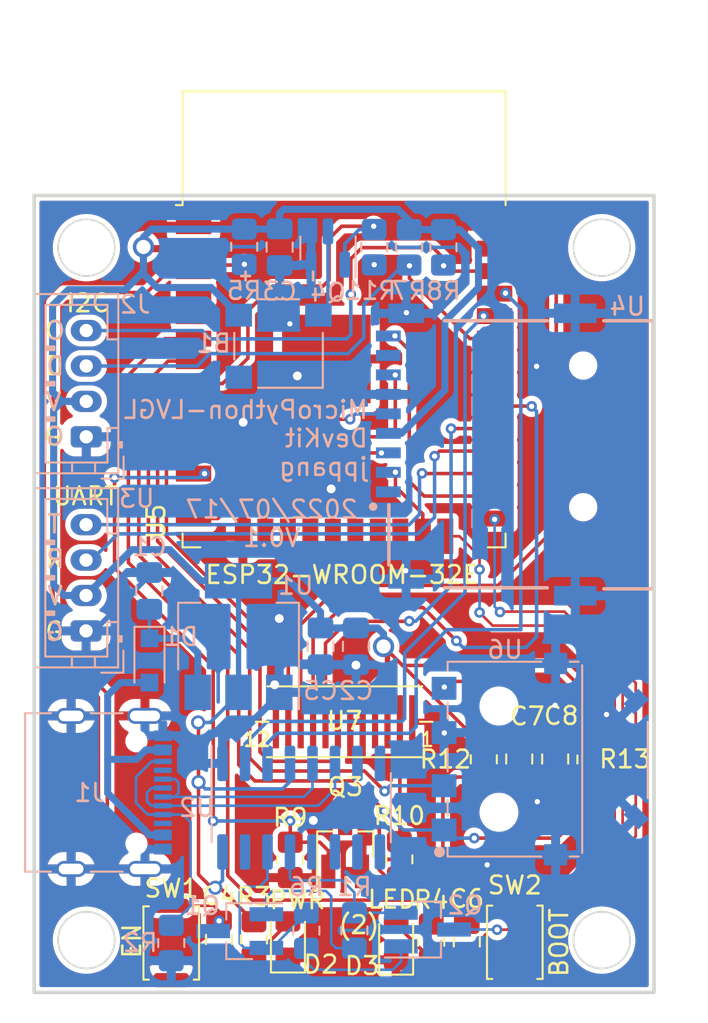
<source format=kicad_pcb>
(kicad_pcb (version 20211014) (generator pcbnew)
  (layers (0 "F.Cu" signal) (31 "B.Cu" signal) (34 "B.Paste" user) (35 "F.Paste" user) (36 "B.SilkS" user "B.Silkscreen") (37 "F.SilkS" user "F.Silkscreen") (38 "B.Mask" user) (39 "F.Mask" user) (44 "Edge.Cuts" user))
  (net 0 "")
  (net 1 "/USB_VCC")
  (net 2 "GND")
  (net 3 "/3V3")
  (net 4 "/EN")
  (net 5 "/BOOT")
  (net 6 "/EC_B")
  (net 7 "/EC_A")
  (net 8 "Net-(D1-Pad2)")
  (net 9 "Net-(D2-Pad2)")
  (net 10 "Net-(D3-Pad2)")
  (net 11 "/MCU_SDA")
  (net 12 "/MCU_SCL")
  (net 13 "Net-(Q1-Pad1)")
  (net 14 "/RTS")
  (net 15 "Net-(Q2-Pad1)")
  (net 16 "/DTR")
  (net 17 "/SCR_BLK")
  (net 18 "Net-(Q3-Pad3)")
  (net 19 "/CC")
  (net 20 "/LED")
  (net 21 "/SCR_LEDK")
  (net 22 "Net-(B1-PadN)")
  (net 23 "/MCU_RX")
  (net 24 "/MCU_TX")
  (net 25 "/DP+")
  (net 26 "/DP-")
  (net 34 "/GPS_RX")
  (net 35 "/GPS_TX")
  (net 37 "/SD_CS")
  (net 38 "/SD_MOSI")
  (net 39 "/SD_SCK")
  (net 40 "/SD_MISO")
  (net 42 "/SD_CD")
  (net 43 "/36")
  (net 44 "/39")
  (net 45 "/BUZZ")
  (net 46 "/EC_KEY")
  (net 47 "/SCR_DC")
  (net 48 "/SCR_RES")
  (net 55 "/SCR_CS")
  (net 56 "/SCR_SCK")
  (net 57 "/SCR_MISO")
  (net 59 "/SCR_MOSI")
  (footprint "Resistor_SMD:R_0805_2012Metric_Pad1.20x1.40mm_HandSolder" (layer "F.Cu") (at 119.22 107.24 -90)
    (fp_text reference "R13")
    (fp_text value "20K")
  )
  (footprint "Capacitor_SMD:C_0805_2012Metric_Pad1.18x1.45mm_HandSolder" (layer "F.Cu") (at 98.25 117.4 -90)
    (fp_text reference "C4")
    (fp_text value "104")
  )
  (footprint "Resistor_SMD:R_0805_2012Metric_Pad1.20x1.40mm_HandSolder" (layer "F.Cu") (at 113.2 107.23 -90)
    (fp_text reference "R12")
    (fp_text value "20K")
  )
  (footprint "Capacitor_SMD:C_0805_2012Metric_Pad1.18x1.45mm_HandSolder" (layer "F.Cu") (at 117.23 107.21 -90)
    (fp_text reference "C8")
    (fp_text value "104")
  )
  (footprint "Resistor_SMD:R_0805_2012Metric_Pad1.20x1.40mm_HandSolder" (layer "F.Cu") (at 110.23 117.53 -90)
    (fp_text reference "R4")
    (fp_text value "470")
  )
  (footprint "Resistor_SMD:R_0805_2012Metric_Pad1.20x1.40mm_HandSolder" (layer "F.Cu") (at 100.22 117.4 -90)
    (fp_text reference "R3")
    (fp_text value "470")
  )
  (footprint "Package_TO_SOT_SMD:SOT-23_Handsoldering" (layer "F.Cu") (at 105.37 112.06 90)
    (fp_text reference "Q3")
    (fp_text value "AO3400A")
  )
  (footprint "Resistor_SMD:R_0805_2012Metric_Pad1.20x1.40mm_HandSolder" (layer "F.Cu") (at 108.43 112.88 -90)
    (fp_text reference "R10")
    (fp_text value "27")
  )
  (footprint "Capacitor_SMD:C_0805_2012Metric_Pad1.18x1.45mm_HandSolder" (layer "F.Cu") (at 112.24 117.54 -90)
    (fp_text reference "C6")
    (fp_text value "104")
  )
  (footprint "Button_Switch_SMD:SW_Push_SPST_NO_Alps_SKRK" (layer "F.Cu") (at 114.95 117.56 90)
    (fp_text reference "SW2")
    (fp_text value "BOOT")
  )
  (footprint "Capacitor_SMD:C_0805_2012Metric_Pad1.18x1.45mm_HandSolder" (layer "F.Cu") (at 115.2 107.21 -90)
    (fp_text reference "C7")
    (fp_text value "104")
  )
  (footprint "LED_SMD:LED_0805_2012Metric_Pad1.15x1.40mm_HandSolder" (layer "F.Cu") (at 108.25 117.5275 90)
    (fp_text reference "D3")
    (fp_text value "GREEN")
  )
  (footprint "RF_Module:ESP32-WROOM-32" (layer "F.Cu") (at 105.31 85.38)
    (fp_text reference "U5")
    (fp_text value "ESP32-WROOM-32")
  )
  (footprint "Resistor_SMD:R_0805_2012Metric_Pad1.20x1.40mm_HandSolder" (layer "F.Cu") (at 102.27 112.91 -90)
    (fp_text reference "R9")
    (fp_text value "20K")
  )
  (footprint "Button_Switch_SMD:SW_Push_SPST_NO_Alps_SKRK" (layer "F.Cu") (at 95.55 117.6 90)
    (fp_text reference "SW1")
    (fp_text value "EN")
  )
  (footprint "Display:ZJYIPS154_PG04" (layer "F.Cu") (at 105.35 105.11)
    (fp_text reference "U7")
    (fp_text value "IPS154-12")
  )
  (footprint "LED_SMD:LED_0805_2012Metric_Pad1.15x1.40mm_HandSolder" (layer "F.Cu") (at 102.14 117.4075 90)
    (fp_text reference "D2")
    (fp_text value "RED")
  )
  (footprint "Package_TO_SOT_SMD:SOT-223" (layer "B.Cu") (at 99.35 100.3 90)
    (fp_text reference "U1")
    (fp_text value "AMS1117-3.3")
  )
  (footprint "Package_SO:SOP-16_3.9x9.9mm_P1.27mm" (layer "B.Cu") (at 102.89 109.96 -90)
    (fp_text reference "U2")
    (fp_text value "CH340C")
  )
  (footprint "Capacitor_SMD:C_0805_2012Metric_Pad1.18x1.45mm_HandSolder" (layer "B.Cu") (at 105.98 100.85 -90)
    (fp_text reference "C2")
    (fp_text value "22uF")
  )
  (footprint "Resistor_SMD:R_0805_2012Metric_Pad1.20x1.40mm_HandSolder" (layer "B.Cu") (at 110.92 78.32 -90)
    (fp_text reference "R8")
    (fp_text value "4.7K")
  )
  (footprint "Rotary_Encoder:RotaryEncoder_Mitsumi_SIQ02FVS3" (layer "B.Cu") (at 116.345 107.18 90)
    (fp_text reference "U6")
    (fp_text value "SIQ-02FVS3")
  )
  (footprint "Package_TO_SOT_SMD:SOT-23_Handsoldering" (layer "B.Cu") (at 99.42 116.93 180)
    (fp_text reference "Q1")
    (fp_text value "S8050")
  )
  (footprint "Resistor_SMD:R_0805_2012Metric_Pad1.20x1.40mm_HandSolder" (layer "B.Cu") (at 103.18 116.9 -90)
    (fp_text reference "R6")
    (fp_text value "4.7K")
  )
  (footprint "Connector_Card:microSD_Taobao_9_Pin_CD" (layer "B.Cu") (at 115.43 89.775 -90)
    (fp_text reference "U4")
    (fp_text value "Micro_SD_Card_Det_9Pin")
  )
  (footprint "Connector_USB:USB_C_Tabobao_16_Pin" (layer "B.Cu") (at 90.435 109.12 90)
    (fp_text reference "J1")
    (fp_text value "USB_C_Receptacle_USB2.0")
  )
  (footprint "Connector_JST:JST_PH_B4B-PH-K_1x04_P2.00mm_Vertical" (layer "B.Cu") (at 90.75 89.02 90)
    (fp_text reference "J2")
    (fp_text value "I2C")
  )
  (footprint "Package_TO_SOT_SMD:SOT-23" (layer "B.Cu") (at 104.4 78.36 90)
    (fp_text reference "Q4")
    (fp_text value "AO3400A")
  )
  (footprint "Resistor_SMD:R_0805_2012Metric_Pad1.20x1.40mm_HandSolder" (layer "B.Cu") (at 107.01 78.31 90)
    (fp_text reference "R11")
    (fp_text value "20K")
  )
  (footprint "Package_TO_SOT_SMD:SOT-23_Handsoldering" (layer "B.Cu") (at 110.02 116.84)
    (fp_text reference "Q2")
    (fp_text value "S8050")
  )
  (footprint "Capacitor_SMD:C_0805_2012Metric_Pad1.18x1.45mm_HandSolder" (layer "B.Cu") (at 103.98 100.85 -90)
    (fp_text reference "C5")
    (fp_text value "104")
  )
  (footprint "Resistor_SMD:R_0805_2012Metric_Pad1.20x1.40mm_HandSolder" (layer "B.Cu") (at 95.55 117.6 -90)
    (fp_text reference "R2")
    (fp_text value "4.7K")
  )
  (footprint "Resistor_SMD:R_0805_2012Metric_Pad1.20x1.40mm_HandSolder" (layer "B.Cu") (at 108.98 78.32 -90)
    (fp_text reference "R7")
    (fp_text value "4.7K")
  )
  (footprint "Capacitor_SMD:C_0805_2012Metric_Pad1.18x1.45mm_HandSolder" (layer "B.Cu") (at 101.67 78.31 -90)
    (fp_text reference "C3")
    (fp_text value "0.1uF")
  )
  (footprint "Buzzer_CMT-0502-75-SMT-TR:Buzzer_CMT-0502-75-SMT-TR" (layer "B.Cu") (at 101.61 83.75 -90)
    (fp_text reference "B1")
    (fp_text value "Buzzer")
  )
  (footprint "Connector_JST:JST_PH_B4B-PH-K_1x04_P2.00mm_Vertical" (layer "B.Cu") (at 90.74 99.98 90)
    (fp_text reference "U3")
    (fp_text value "GPS_UART_Module")
  )
  (footprint "Resistor_SMD:R_0805_2012Metric_Pad1.20x1.40mm_HandSolder" (layer "B.Cu") (at 105.89 116.89 -90)
    (fp_text reference "R1")
    (fp_text value "4.7K")
  )
  (footprint "Diode_SMD:D_SOD-323_HandSoldering" (layer "B.Cu") (at 94.32 101.65 -90)
    (fp_text reference "D1")
    (fp_text value "1N4007")
  )
  (footprint "Capacitor_SMD:C_0805_2012Metric_Pad1.18x1.45mm_HandSolder" (layer "B.Cu") (at 94.31 97.72 90)
    (fp_text reference "C1")
    (fp_text value "22uF")
  )
  (footprint "Resistor_SMD:R_0805_2012Metric_Pad1.20x1.40mm_HandSolder" (layer "B.Cu") (at 99.67 78.29 -90)
    (fp_text reference "R5")
    (fp_text value "20K")
  )
  (gr_circle locked (center 90.76 78.34) (end 92.36 78.34) (layer "Edge.Cuts") (width 0.1) (fill none))
  (gr_circle locked (center 90.76 117.44) (end 92.36 117.44) (layer "Edge.Cuts") (width 0.1) (fill none))
  (gr_rect locked (start 87.81 75.39) (end 122.81 120.39) (layer "Edge.Cuts") (width 0.2) (fill none))
  (gr_circle locked (center 119.86 78.34) (end 121.46 78.34) (layer "Edge.Cuts") (width 0.1) (fill none))
  (gr_circle locked (center 119.86 117.44) (end 121.46 117.44) (layer "Edge.Cuts") (width 0.1) (fill none))
  (gr_text "C" (at 89.06 83.03) (layer "B.SilkS") (effects (font (size 1 1)) (justify mirror)))
  (gr_text "T" (at 88.96 93.95) (layer "B.SilkS") (effects (font (size 1 1)) (justify mirror)))
  (gr_text "G" (at 89.02 89) (layer "B.SilkS") (effects (font (size 1 1)) (justify mirror)))
  (gr_text "D" (at 89 85.03) (layer "B.SilkS") (effects (font (size 1 1)) (justify mirror)))
  (gr_text "V" (at 88.98 97.99) (layer "B.SilkS") (effects (font (size 1 1)) (justify mirror)))
  (gr_text "R" (at 89.01 95.93) (layer "B.SilkS") (effects (font (size 1 1)) (justify mirror)))
  (gr_text "V" (at 88.92 87.05) (layer "B.SilkS") (effects (font (size 1 1)) (justify mirror)))
  (gr_text "G" (at 88.98 100.03) (layer "B.SilkS") (effects (font (size 1 1)) (justify mirror)))
  (gr_text "2022/07/17\nV0.1" (at 101.22 93.92) (layer "B.SilkS") (effects (font (size 1 1)) (justify mirror)))
  (gr_text "MicroPython-LVGL\nDevKit\njppang" (at 106.74 89.1) (layer "B.SilkS") (effects (font (size 1 1)) (justify left mirror)))
  (gr_text "UART" (at 90.71 92.37) (layer "F.SilkS") (effects (font (size 1 1))))
  (gr_text "PWR" (at 102.68 115.18) (layer "F.SilkS") (effects (font (size 1 1))))
  (gr_text "BOOT" (at 117.45 117.58 90) (layer "F.SilkS") (effects (font (size 1 1))))
  (gr_text "R" (at 88.96 95.93) (layer "F.SilkS") (effects (font (size 1 1))))
  (gr_text "T" (at 88.95 93.95) (layer "F.SilkS") (effects (font (size 1 1))))
  (gr_text "C" (at 88.92 83.02) (layer "F.SilkS") (effects (font (size 1 1))))
  (gr_text "LED" (at 108.01 115.14) (layer "F.SilkS") (effects (font (size 1 1))))
  (gr_text "I2C" (at 90.84 81.47) (layer "F.SilkS") (effects (font (size 1 1))))
  (gr_text "EN" (at 93.33 117.49 90) (layer "F.SilkS") (effects (font (size 1 1))))
  (gr_text "G" (at 88.94 100) (layer "F.SilkS") (effects (font (size 1 1))))
  (gr_text "V" (at 88.99 98.01) (layer "F.SilkS") (effects (font (size 1 1))))
  (gr_text "(2)" (at 106.15 116.58) (layer "F.SilkS") (effects (font (size 1 1))))
  (gr_text "G" (at 88.88 89.01) (layer "F.SilkS") (effects (font (size 1 1))))
  (gr_text "ESP32-WROOM-32E" (at 105.2 96.81) (layer "F.SilkS") (effects (font (size 1 1))))
  (gr_text "V" (at 88.92 87.05) (layer "F.SilkS") (effects (font (size 1 1))))
  (gr_text "D" (at 88.96 85.02) (layer "F.SilkS") (effects (font (size 1 1))))
  (segment (start 96.24 100.4) (end 94.32 100.4) (width 0.4) (layer "B.Cu") (net 1))
  (segment (start 97.05 101.21) (end 96.24 100.4) (width 0.4) (layer "B.Cu") (net 1))
  (segment (start 94.32 98.7675) (end 94.31 98.7575) (width 0.15) (layer "B.Cu") (net 1))
  (segment (start 97.05 103.45) (end 97.05 101.21) (width 0.4) (layer "B.Cu") (net 1))
  (segment (start 94.32 100.4) (end 94.32 98.7675) (width 0.2) (layer "B.Cu") (net 1))
  (segment (start 106.36 102.29) (end 105.98 101.91) (width 0.3) (layer "F.Cu") (net 2))
  (segment (start 105.66 105.11) (end 105.66 102.23) (width 0.3) (layer "F.Cu") (net 2))
  (segment (start 105.66 102.23) (end 105.98 101.91) (width 0.3) (layer "F.Cu") (net 2))
  (segment (start 101.46 103.09) (end 101.39 103.02) (width 0.2) (layer "F.Cu") (net 2))
  (segment (start 101.46 105.11) (end 101.46 103.09) (width 0.3) (layer "F.Cu") (net 2))
  (segment (start 106.36 105.11) (end 106.36 102.29) (width 0.3) (layer "F.Cu") (net 2))
  (via (at 113.39 113.19) (size 0.6) (drill 0.3) (layers "F.Cu" "B.Cu") (net 2))
  (via (at 104.58 91.96) (size 0.8) (drill 0.5) (layers "F.Cu" "B.Cu") (net 2))
  (via (at 103.57 110.68) (size 0.8) (drill 0.5) (layers "F.Cu" "B.Cu") (net 2))
  (via (at 102.25 82.64) (size 0.6) (drill 0.3) (layers "F.Cu" "B.Cu") (net 2))
  (via (at 108.83 82.01) (size 0.6) (drill 0.3) (layers "F.Cu" "B.Cu") (net 2))
  (via (at 120.13 104.7) (size 0.6) (drill 0.3) (layers "F.Cu" "B.Cu") (net 2))
  (via (at 99.61 88.2) (size 0.8) (drill 0.5) (layers "F.Cu" "B.Cu") (net 2))
  (via (at 116.22 109.62) (size 0.6) (drill 0.3) (layers "F.Cu" "B.Cu") (net 2))
  (via (at 108.79 96.58) (size 0.6) (drill 0.3) (layers "F.Cu" "B.Cu") (net 2))
  (via (at 102.67 85.58) (size 0.8) (drill 0.5) (layers "F.Cu" "B.Cu") (net 2))
  (via (at 105.98 101.91) (size 0.8) (drill 0.5) (layers "F.Cu" "B.Cu") (net 2))
  (via (at 110.97 105.74) (size 0.6) (drill 0.3) (layers "F.Cu" "B.Cu") (net 2))
  (via (at 101.39 103.02) (size 0.8) (drill 0.5) (layers "F.Cu" "B.Cu") (net 2))
  (via (at 117.23 104.18) (size 0.6) (drill 0.3) (layers "F.Cu" "B.Cu") (net 2))
  (via (at 101.65 99.28) (size 0.8) (drill 0.5) (layers "F.Cu" "B.Cu") (net 2))
  (via (at 107.01 79.3) (size 0.6) (drill 0.3) (layers "F.Cu" "B.Cu") (net 2))
  (via (at 116.18 85.04) (size 0.6) (drill 0.3) (layers "F.Cu" "B.Cu") (net 2))
  (segment (start 105.98 101.91) (end 105.98 101.8875) (width 0.2) (layer "B.Cu") (net 2))
  (segment (start 99.59 105.07) (end 100.15 105.07) (width 0.4) (layer "B.Cu") (net 2))
  (segment (start 97.34 107.46) (end 95.78 105.9) (width 0.4) (layer "B.Cu") (net 2))
  (segment (start 94.31 96.6825) (end 94.31 96.86) (width 0.3) (layer "B.Cu") (net 2))
  (segment (start 94.31 96.86) (end 91.19 99.98) (width 0.3) (layer "B.Cu") (net 2))
  (segment (start 103.98 101.8875) (end 105.98 101.8875) (width 0.4) (layer "B.Cu") (net 2))
  (segment (start 103.8825 101.79) (end 103.98 101.8875) (width 0.4) (layer "B.Cu") (net 2))
  (segment (start 101.97 101.79) (end 103.8825 101.79) (width 0.4) (layer "B.Cu") (net 2))
  (segment (start 98.445 107.46) (end 97.34 107.46) (width 0.4) (layer "B.Cu") (net 2))
  (segment (start 98.445 107.46) (end 98.445 106.215) (width 0.4) (layer "B.Cu") (net 2))
  (segment (start 91.19 99.98) (end 90.74 99.98) (width 0.3) (layer "B.Cu") (net 2))
  (segment (start 100.15 105.07) (end 101.65 103.57) (width 0.4) (layer "B.Cu") (net 2))
  (segment (start 101.65 103.57) (end 101.65 103.45) (width 0.4) (layer "B.Cu") (net 2))
  (segment (start 101.65 102.11) (end 101.97 101.79) (width 0.4) (layer "B.Cu") (net 2))
  (segment (start 95.78 105.9) (end 95.075 105.9) (width 0.4) (layer "B.Cu") (net 2))
  (segment (start 98.445 106.215) (end 99.59 105.07) (width 0.4) (layer "B.Cu") (net 2))
  (segment (start 101.65 103.45) (end 101.65 102.11) (width 0.4) (layer "B.Cu") (net 2))
  (segment (start 98.03 114.48) (end 98.3 114.48) (width 0.2) (layer "F.Cu") (net 3))
  (segment (start 107.76 102.57) (end 107.76 101.21) (width 0.3) (layer "F.Cu") (net 3))
  (segment (start 119.22 103.71) (end 117.44 101.93) (width 0.2) (layer "F.Cu") (net 3))
  (segment (start 97.83 114.48) (end 98.03 114.48) (width 0.2) (layer "F.Cu") (net 3))
  (segment (start 108.61 101.93) (end 107.54 100.86) (width 0.2) (layer "F.Cu") (net 3))
  (segment (start 107.76 105.11) (end 107.76 101.21) (width 0.3) (layer "F.Cu") (net 3))
  (segment (start 94.075 78.395) (end 96.81 78.395) (width 0.4) (layer "F.Cu") (net 3))
  (segment (start 107.06 105.11) (end 107.06 103.27) (width 0.3) (layer "F.Cu") (net 3))
  (segment (start 117.44 101.93) (end 108.61 101.93) (width 0.2) (layer "F.Cu") (net 3))
  (segment (start 119.22 106.24) (end 119.22 103.71) (width 0.2) (layer "F.Cu") (net 3))
  (segment (start 97.09 113.74) (end 97.83 114.48) (width 0.2) (layer "F.Cu") (net 3))
  (segment (start 113.2 106.23) (end 112.91 106.23) (width 0.2) (layer "F.Cu") (net 3))
  (segment (start 107.54 100.99) (end 107.76 101.21) (width 0.3) (layer "F.Cu") (net 3))
  (segment (start 93.98 78.3) (end 93.92 78.36) (width 0.4) (layer "F.Cu") (net 3))
  (segment (start 97.07 105.15) (end 97.09 105.17) (width 0.2) (layer "F.Cu") (net 3))
  (segment (start 107.54 100.86) (end 107.54 100.99) (width 0.3) (layer "F.Cu") (net 3))
  (segment (start 98.3 114.48) (end 100.22 116.4) (width 0.2) (layer "F.Cu") (net 3))
  (segment (start 107.06 103.27) (end 107.76 102.57) (width 0.3) (layer "F.Cu") (net 3))
  (segment (start 112.91 106.23) (end 107.54 100.86) (width 0.2) (layer "F.Cu") (net 3))
  (segment (start 93.98 78.3) (end 94.075 78.395) (width 0.4) (layer "F.Cu") (net 3))
  (segment (start 97.09 105.17) (end 97.09 113.74) (width 0.2) (layer "F.Cu") (net 3))
  (segment (start 93.92 78.36) (end 93.92 78.63) (width 0.4) (layer "F.Cu") (net 3))
  (via (at 93.98 78.3) (size 1.2) (drill 0.8) (layers "F.Cu" "B.Cu") (net 3))
  (via (at 98.03 114.48) (size 0.8) (drill 0.5) (layers "F.Cu" "B.Cu") (net 3))
  (via (at 107.54 100.86) (size 1.2) (drill 0.8) (layers "F.Cu" "B.Cu") (net 3))
  (via (at 97.09 108.52) (size 0.8) (drill 0.5) (layers "F.Cu" "B.Cu") (net 3))
  (via (at 97.07 105.15) (size 0.8) (drill 0.5) (layers "F.Cu" "B.Cu") (net 3))
  (segment (start 89.51 97.98) (end 90.74 97.98) (width 0.4) (layer "B.Cu") (net 3))
  (segment (start 102.255 107.46) (end 102.255 108.485) (width 0.2) (layer "B.Cu") (net 3))
  (segment (start 102.255 108.485) (end 101.84 108.9) (width 0.2) (layer "B.Cu") (net 3))
  (segment (start 107.54 100.86) (end 107.54 100.15) (width 0.4) (layer "B.Cu") (net 3))
  (segment (start 93.98 78.3) (end 93.98 79.69) (width 0.4) (layer "B.Cu") (net 3))
  (segment (start 111 86.38) (end 108.555 88.825) (width 0.4) (layer "B.Cu") (net 3))
  (segment (start 108.98 77.32) (end 110.92 77.32) (width 0.4) (layer "B.Cu") (net 3))
  (segment (start 97.23 97.15) (end 95.47 95.39) (width 0.4) (layer "B.Cu") (net 3))
  (segment (start 103.98 98.91) (end 102.22 97.15) (width 0.4) (layer "B.Cu") (net 3))
  (segment (start 101.84 108.9) (end 97.47 108.9) (width 0.2) (layer "B.Cu") (net 3))
  (segment (start 93.98 79.82) (end 94.75 80.59) (width 0.4) (layer "B.Cu") (net 3))
  (segment (start 99.35 97.15) (end 97.23 97.15) (width 0.4) (layer "B.Cu") (net 3))
  (segment (start 92.96 80.71) (end 89.74 80.71) (width 0.4) (layer "B.Cu") (net 3))
  (segment (start 112.9 80.6) (end 111 82.5) (width 0.4) (layer "B.Cu") (net 3))
  (segment (start 101.9 76.17) (end 108.34 76.17) (width 0.4) (layer "B.Cu") (net 3))
  (segment (start 89.38 87.02) (end 90.75 87.02) (width 0.4) (layer "B.Cu") (net 3))
  (segment (start 98.445 112.46) (end 98.445 114.065) (width 0.2) (layer "B.Cu") (net 3))
  (segment (start 107.54 100.15) (end 107.2025 99.8125) (width 0.4) (layer "B.Cu") (net 3))
  (segment (start 107.2025 99.8125) (end 103.98 99.8125) (width 0.4) (layer "B.Cu") (net 3))
  (segment (start 93.98 78.3) (end 93.98 77.75) (width 0.4) (layer "B.Cu") (net 3))
  (segment (start 108.34 76.17) (end 108.98 76.81) (width 0.4) (layer "B.Cu") (net 3))
  (segment (start 97.75 105.15) (end 99.35 103.55) (width 0.2) (layer "B.Cu") (net 3))
  (segment (start 112.9 78.38) (end 112.9 80.6) (width 0.4) (layer "B.Cu") (net 3))
  (segment (start 93.98 78.3) (end 93.98 79.82) (width 0.4) (layer "B.Cu") (net 3))
  (segment (start 89.74 80.71) (end 88.85 81.6) (width 0.4) (layer "B.Cu") (net 3))
  (segment (start 93.98 77.75) (end 94.44 77.29) (width 0.4) (layer "B.Cu") (net 3))
  (segment (start 110.92 77.32) (end 111.84 77.32) (width 0.4) (layer "B.Cu") (net 3))
  (segment (start 93.98 79.69) (end 92.96 80.71) (width 0.4) (layer "B.Cu") (net 3))
  (segment (start 101.67 77.2725) (end 101.67 76.4) (width 0.4) (layer "B.Cu") (net 3))
  (segment (start 107.805 88.82) (end 107.81 88.825) (width 0.3) (layer "B.Cu") (net 3))
  (segment (start 95.47 95.39) (end 93.33 95.39) (width 0.4) (layer "B.Cu") (net 3))
  (segment (start 111.84 77.32) (end 112.9 78.38) (width 0.4) (layer "B.Cu") (net 3))
  (segment (start 99.35 103.55) (end 99.35 103.45) (width 0.2) (layer "B.Cu") (net 3))
  (segment (start 103.98 99.8125) (end 105.98 99.8125) (width 0.4) (layer "B.Cu") (net 3))
  (segment (start 108.555 88.825) (end 107.81 88.825) (width 0.4) (layer "B.Cu") (net 3))
  (segment (start 102.22 97.15) (end 99.35 97.15) (width 0.4) (layer "B.Cu") (net 3))
  (segment (start 89.39 87.02) (end 88.91 87.5) (width 0.4) (layer "B.Cu") (net 3))
  (segment (start 94.75 80.59) (end 97.8 80.59) (width 0.4) (layer "B.Cu") (net 3))
  (segment (start 90.75 87.02) (end 89.39 87.02) (width 0.4) (layer "B.Cu") (net 3))
  (segment (start 88.85 81.6) (end 88.85 86.49) (width 0.4) (layer "B.Cu") (net 3))
  (segment (start 98.445 114.065) (end 98.03 114.48) (width 0.2) (layer "B.Cu") (net 3))
  (segment (start 97.07 105.15) (end 97.75 105.15) (width 0.2) (layer "B.Cu") (net 3))
  (segment (start 99.35 97.15) (end 99.35 103.45) (width 0.3) (layer "B.Cu") (net 3))
  (segment (start 99.67 77.29) (end 101.6525 77.29) (width 0.4) (layer "B.Cu") (net 3))
  (segment (start 88.85 86.49) (end 89.38 87.02) (width 0.4) (layer "B.Cu") (net 3))
  (segment (start 111 82.5) (end 111 86.38) (width 0.4) (layer "B.Cu") (net 3))
  (segment (start 101.67 76.4) (end 101.9 76.17) (width 0.4) (layer "B.Cu") (net 3))
  (segment (start 108.98 76.81) (end 108.98 77.32) (width 0.4) (layer "B.Cu") (net 3))
  (segment (start 97.47 108.9) (end 97.09 108.52) (width 0.2) (layer "B.Cu") (net 3))
  (segment (start 94.44 77.29) (end 99.67 77.29) (width 0.4) (layer "B.Cu") (net 3))
  (segment (start 103.98 99.8125) (end 103.98 98.91) (width 0.4) (layer "B.Cu") (net 3))
  (segment (start 93.33 95.39) (end 90.74 97.98) (width 0.4) (layer "B.Cu") (net 3))
  (segment (start 101.6525 77.29) (end 101.67 77.2725) (width 0.4) (layer "B.Cu") (net 3))
  (segment (start 97.8 80.59) (end 99.36 82.15) (width 0.4) (layer "B.Cu") (net 3))
  (segment (start 88.91 97.38) (end 89.51 97.98) (width 0.4) (layer "B.Cu") (net 3))
  (segment (start 88.91 87.5) (end 88.91 97.38) (width 0.4) (layer "B.Cu") (net 3))
  (segment (start 88.88 81.48) (end 88.88 101.74) (width 0.2) (layer "F.Cu") (net 4))
  (segment (start 94.17 80.87) (end 89.49 80.87) (width 0.2) (layer "F.Cu") (net 4))
  (segment (start 97.94 115.5) (end 98.25 115.81) (width 0.15) (layer "F.Cu") (net 4))
  (segment (start 98.25 116.35) (end 98.25 116.3625) (width 0.15) (layer "F.Cu") (net 4))
  (segment (start 99.68 79.28) (end 99.64 79.32) (width 0.2) (layer "F.Cu") (net 4))
  (segment (start 95.55 115.5) (end 97.94 115.5) (width 0.15) (layer "F.Cu") (net 4))
  (segment (start 96.26 79.665) (end 96.255 79.66) (width 0.2) (layer "F.Cu") (net 4))
  (segment (start 95.38 79.66) (end 94.17 80.87) (width 0.2) (layer "F.Cu") (net 4))
  (segment (start 91.94 103.52) (end 91.94 114.82) (width 0.2) (layer "F.Cu") (net 4))
  (segment (start 89.49 80.87) (end 88.88 81.48) (width 0.2) (layer "F.Cu") (net 4))
  (segment (start 99.64 79.32) (end 97.155 79.32) (width 0.2) (layer "F.Cu") (net 4))
  (segment (start 96.255 79.66) (end 95.38 79.66) (width 0.2) (layer "F.Cu") (net 4))
  (segment (start 96.81 79.665) (end 96.26 79.665) (width 0.2) (layer "F.Cu") (net 4))
  (segment (start 91.94 114.82) (end 92.62 115.5) (width 0.2) (layer "F.Cu") (net 4))
  (segment (start 98.25 115.81) (end 98.25 116.3625) (width 0.15) (layer "F.Cu") (net 4))
  (segment (start 90.93 102.51) (end 91.94 103.52) (width 0.2) (layer "F.Cu") (net 4))
  (segment (start 92.62 115.5) (end 95.55 115.5) (width 0.2) (layer "F.Cu") (net 4))
  (segment (start 97.155 79.32) (end 96.81 79.665) (width 0.2) (layer "F.Cu") (net 4))
  (segment (start 88.88 101.74) (end 89.65 102.51) (width 0.2) (layer "F.Cu") (net 4))
  (segment (start 89.65 102.51) (end 90.93 102.51) (width 0.2) (layer "F.Cu") (net 4))
  (via (at 98.25 116.35) (size 0.6) (drill 0.3) (layers "F.Cu" "B.Cu") (net 4))
  (via (at 99.68 79.28) (size 0.6) (drill 0.3) (layers "F.Cu" "B.Cu") (net 4))
  (segment (start 99.68 79.28) (end 99.67 79.29) (width 0.2) (layer "B.Cu") (net 4))
  (segment (start 98.25 116.35) (end 97.92 116.68) (width 0.15) (layer "B.Cu") (net 4))
  (segment (start 97.92 116.68) (end 97.92 116.93) (width 0.15) (layer "B.Cu") (net 4))
  (segment (start 113.95 116.85) (end 114.54 116.85) (width 0.15) (layer "F.Cu") (net 5))
  (segment (start 114.54 116.85) (end 114.95 116.44) (width 0.15) (layer "F.Cu") (net 5))
  (segment (start 114.95 116.44) (end 114.95 115.46) (width 0.15) (layer "F.Cu") (net 5))
  (segment (start 117.75 98.89) (end 121.78 102.92) (width 0.15) (layer "F.Cu") (net 5))
  (segment (start 114.13 98.89) (end 117.75 98.89) (width 0.15) (layer "F.Cu") (net 5))
  (segment (start 112.24 115.69) (end 112.47 115.46) (width 0.15) (layer "F.Cu") (net 5))
  (segment (start 114.11 98.91) (end 114.13 98.89) (width 0.15) (layer "F.Cu") (net 5))
  (segment (start 117.89 115.46) (end 114.95 115.46) (width 0.15) (layer "F.Cu") (net 5))
  (segment (start 112.47 115.46) (end 114.95 115.46) (width 0.15) (layer "F.Cu") (net 5))
  (segment (start 112.24 116.5025) (end 112.24 115.69) (width 0.15) (layer "F.Cu") (net 5))
  (segment (start 121.78 102.92) (end 121.78 111.57) (width 0.15) (layer "F.Cu") (net 5))
  (segment (start 121.78 111.57) (end 117.89 115.46) (width 0.15) (layer "F.Cu") (net 5))
  (via (at 113.81 93.68) (size 0.6) (drill 0.3) (layers "F.Cu" "B.Cu") (net 5))
  (via (at 113.95 116.85) (size 0.6) (drill 0.3) (layers "F.Cu" "B.Cu") (net 5))
  (via (at 114.11 98.91) (size 0.6) (drill 0.3) (layers "F.Cu" "B.Cu") (net 5))
  (segment (start 113.94 116.84) (end 113.95 116.85) (width 0.15) (layer "B.Cu") (net 5))
  (segment (start 111.52 116.84) (end 113.94 116.84) (width 0.15) (layer "B.Cu") (net 5))
  (segment (start 113.81 98.61) (end 113.81 93.68) (width 0.15) (layer "B.Cu") (net 5))
  (segment (start 114.11 98.91) (end 113.81 98.61) (width 0.15) (layer "B.Cu") (net 5))
  (segment (start 115.4 103.53) (end 114.7 102.83) (width 0.2) (layer "F.Cu") (net 6))
  (segment (start 115.4 105.9725) (end 115.4 105.05) (width 0.2) (layer "F.Cu") (net 6))
  (segment (start 110.89 113.7) (end 110.89 109.01) (width 0.2) (layer "F.Cu") (net 6))
  (segment (start 111.67 108.23) (end 113.2 108.23) (width 0.2) (layer "F.Cu") (net 6))
  (segment (start 115.2 106.1725) (end 115.2 106.23) (width 0.2) (layer "F.Cu") (net 6))
  (segment (start 109.41 115.18) (end 110.89 113.7) (width 0.2) (layer "F.Cu") (net 6))
  (segment (start 93.13 85.54) (end 93.13 96.12) (width 0.2) (layer "F.Cu") (net 6))
  (segment (start 111.29 102.83) (end 110.97 103.15) (width 0.2) (layer "F.Cu") (net 6))
  (segment (start 115.4 105.05) (end 115.4 103.53) (width 0.2) (layer "F.Cu") (net 6))
  (segment (start 95.195 83.475) (end 93.13 85.54) (width 0.2) (layer "F.Cu") (net 6))
  (segment (start 115.2 106.23) (end 113.2 108.23) (width 0.2) (layer "F.Cu") (net 6))
  (segment (start 100.12 115.18) (end 109.41 115.18) (width 0.2) (layer "F.Cu") (net 6))
  (segment (start 96.81 83.475) (end 95.195 83.475) (width 0.2) (layer "F.Cu") (net 6))
  (segment (start 110.89 109.01) (end 111.67 108.23) (width 0.2) (layer "F.Cu") (net 6))
  (segment (start 93.13 96.12) (end 98.74 101.73) (width 0.2) (layer "F.Cu") (net 6))
  (segment (start 115.2 106.1725) (end 115.4 105.9725) (width 0.2) (layer "F.Cu") (net 6))
  (segment (start 98.74 101.73) (end 98.74 113.8) (width 0.2) (layer "F.Cu") (net 6))
  (segment (start 114.7 102.83) (end 111.29 102.83) (width 0.2) (layer "F.Cu") (net 6))
  (segment (start 98.74 113.8) (end 100.12 115.18) (width 0.2) (layer "F.Cu") (net 6))
  (via (at 110.97 103.15) (size 0.6) (drill 0.3) (layers "F.Cu" "B.Cu") (net 6))
  (segment (start 110.97 103.15) (end 110.97 103.205) (width 0.2) (layer "B.Cu") (net 6))
  (segment (start 110.97 103.205) (end 110.955 103.22) (width 0.2) (layer "B.Cu") (net 6))
  (segment (start 105.89 108.45) (end 100.27 108.45) (width 0.2) (layer "F.Cu") (net 7))
  (segment (start 100.27 108.45) (end 99.36 107.54) (width 0.2) (layer "F.Cu") (net 7))
  (segment (start 99.36 107.54) (end 99.36 101.34) (width 0.2) (layer "F.Cu") (net 7))
  (segment (start 93.72 86.4) (end 95.375 84.745) (width 0.2) (layer "F.Cu") (net 7))
  (segment (start 119.22 108.24) (end 119.22 109.81) (width 0.2) (layer "F.Cu") (net 7))
  (segment (start 119.01 110.02) (end 117.35 111.68) (width 0.2) (layer "F.Cu") (net 7))
  (segment (start 117.23 106.25) (end 119.22 108.24) (width 0.2) (layer "F.Cu") (net 7))
  (segment (start 107.59 110.15) (end 105.89 108.45) (width 0.2) (layer "F.Cu") (net 7))
  (segment (start 95.375 84.745) (end 96.81 84.745) (width 0.2) (layer "F.Cu") (net 7))
  (segment (start 99.36 101.34) (end 93.72 95.7) (width 0.2) (layer "F.Cu") (net 7))
  (segment (start 117.23 106.1725) (end 117.23 106.25) (width 0.2) (layer "F.Cu") (net 7))
  (segment (start 119.22 109.81) (end 119.01 110.02) (width 0.2) (layer "F.Cu") (net 7))
  (segment (start 93.72 95.7) (end 93.72 86.4) (width 0.2) (layer "F.Cu") (net 7))
  (segment (start 117.35 111.68) (end 112.66 111.68) (width 0.2) (layer "F.Cu") (net 7))
  (via (at 112.66 111.68) (size 0.6) (drill 0.3) (layers "F.Cu" "B.Cu") (net 7))
  (via (at 107.59 110.15) (size 0.6) (drill 0.3) (layers "F.Cu" "B.Cu") (net 7))
  (segment (start 108.66 111.22) (end 110.955 111.22) (width 0.2) (layer "B.Cu") (net 7))
  (segment (start 111.415 111.68) (end 110.955 111.22) (width 0.2) (layer "B.Cu") (net 7))
  (segment (start 112.66 111.68) (end 111.415 111.68) (width 0.2) (layer "B.Cu") (net 7))
  (segment (start 107.59 110.15) (end 108.66 111.22) (width 0.2) (layer "B.Cu") (net 7))
  (segment (start 94.109639 106.7) (end 93.579639 107.23) (width 0.4) (layer "B.Cu") (net 8))
  (segment (start 94.32 111.5) (end 91.96 109.14) (width 0.4) (layer "B.Cu") (net 8))
  (segment (start 93.579639 107.23) (end 91.96 107.23) (width 0.4) (layer "B.Cu") (net 8))
  (segment (start 91.96 109.14) (end 91.96 107.23) (width 0.4) (layer "B.Cu") (net 8))
  (segment (start 91.96 103.62) (end 92.68 102.9) (width 0.4) (layer "B.Cu") (net 8))
  (segment (start 95.075 106.7) (end 94.109639 106.7) (width 0.4) (layer "B.Cu") (net 8))
  (segment (start 95.075 111.5) (end 94.32 111.5) (width 0.4) (layer "B.Cu") (net 8))
  (segment (start 91.96 107.23) (end 91.96 103.62) (width 0.4) (layer "B.Cu") (net 8))
  (segment (start 92.68 102.9) (end 94.32 102.9) (width 0.4) (layer "B.Cu") (net 8))
  (segment (start 102.14 116.3825) (end 102.14 116.48) (width 0.2) (layer "F.Cu") (net 9))
  (segment (start 102.14 116.48) (end 100.22 118.4) (width 0.2) (layer "F.Cu") (net 9))
  (segment (start 108.25 116.5025) (end 108.25 116.55) (width 0.2) (layer "F.Cu") (net 10))
  (segment (start 108.25 116.55) (end 110.23 118.53) (width 0.2) (layer "F.Cu") (net 10))
  (segment (start 112.405 83.475) (end 109 80.07) (width 0.2) (layer "F.Cu") (net 11))
  (segment (start 113.81 83.475) (end 112.405 83.475) (width 0.2) (layer "F.Cu") (net 11))
  (segment (start 109 80.07) (end 109 79.36) (width 0.2) (layer "F.Cu") (net 11))
  (via (at 109 79.36) (size 0.6) (drill 0.3) (layers "F.Cu" "B.Cu") (net 11))
  (segment (start 108.6 79.36) (end 109 79.36) (width 0.2) (layer "B.Cu") (net 11))
  (segment (start 97.73 84.32) (end 105.53 84.32) (width 0.2) (layer "B.Cu") (net 11))
  (segment (start 106.42 81.54) (end 108.6 79.36) (width 0.2) (layer "B.Cu") (net 11))
  (segment (start 106.42 83.43) (end 106.42 81.54) (width 0.2) (layer "B.Cu") (net 11))
  (segment (start 105.53 84.32) (end 106.42 83.43) (width 0.2) (layer "B.Cu") (net 11))
  (segment (start 97.03 85.02) (end 97.73 84.32) (width 0.2) (layer "B.Cu") (net 11))
  (segment (start 90.75 85.02) (end 97.03 85.02) (width 0.2) (layer "B.Cu") (net 11))
  (segment (start 105.69 80.98) (end 105.69 78.97) (width 0.2) (layer "F.Cu") (net 12))
  (segment (start 106.32 78.34) (end 110.33 78.34) (width 0.2) (layer "F.Cu") (net 12))
  (segment (start 110.33 78.34) (end 110.93 78.94) (width 0.2) (layer "F.Cu") (net 12))
  (segment (start 110.93 78.94) (end 110.93 79.36) (width 0.2) (layer "F.Cu") (net 12))
  (segment (start 111.235 79.665) (end 110.93 79.36) (width 0.2) (layer "F.Cu") (net 12))
  (segment (start 113.81 79.665) (end 111.235 79.665) (width 0.2) (layer "F.Cu") (net 12))
  (segment (start 105.69 78.97) (end 106.32 78.34) (width 0.2) (layer "F.Cu") (net 12))
  (via (at 105.69 80.98) (size 0.6) (drill 0.3) (layers "F.Cu" "B.Cu") (net 12))
  (via (at 110.93 79.36) (size 0.6) (drill 0.3) (layers "F.Cu" "B.Cu") (net 12))
  (segment (start 97.62 83.34) (end 97.77 83.49) (width 0.2) (layer "B.Cu") (net 12))
  (segment (start 97.77 83.49) (end 105.45 83.49) (width 0.2) (layer "B.Cu") (net 12))
  (segment (start 105.45 83.49) (end 105.69 83.25) (width 0.2) (layer "B.Cu") (net 12))
  (segment (start 105.69 83.25) (end 105.69 80.98) (width 0.2) (layer "B.Cu") (net 12))
  (segment (start 90.75 83.02) (end 97.3 83.02) (width 0.2) (layer "B.Cu") (net 12))
  (segment (start 97.3 83.02) (end 97.62 83.34) (width 0.2) (layer "B.Cu") (net 12))
  (segment (start 105.89 117.89) (end 104.85 117.89) (width 0.15) (layer "B.Cu") (net 13))
  (segment (start 104.58 117.62) (end 104.58 114.96) (width 0.15) (layer "B.Cu") (net 13))
  (segment (start 104.28 114.66) (end 101.28 114.66) (width 0.15) (layer "B.Cu") (net 13))
  (segment (start 100.92 116.24) (end 100.92 115.98) (width 0.15) (layer "B.Cu") (net 13))
  (segment (start 104.58 114.96) (end 104.28 114.66) (width 0.15) (layer "B.Cu") (net 13))
  (segment (start 104.85 117.89) (end 104.58 117.62) (width 0.15) (layer "B.Cu") (net 13))
  (segment (start 100.92 115.02) (end 100.92 115.98) (width 0.15) (layer "B.Cu") (net 13))
  (segment (start 101.28 114.66) (end 100.92 115.02) (width 0.15) (layer "B.Cu") (net 13))
  (segment (start 100.985 112.46) (end 100.985 112.755006) (width 0.15) (layer "B.Cu") (net 14))
  (segment (start 99.72 114.42) (end 100.54 114.42) (width 0.15) (layer "B.Cu") (net 14))
  (segment (start 99.42 117.62) (end 99.42 114.72) (width 0.15) (layer "B.Cu") (net 14))
  (segment (start 103.18 115.94) (end 101.24 117.88) (width 0.15) (layer "B.Cu") (net 14))
  (segment (start 100.985 112.755006) (end 100.985 113.375) (width 0.15) (layer "B.Cu") (net 14))
  (segment (start 102.88 115.9) (end 103.18 115.9) (width 0.15) (layer "B.Cu") (net 14))
  (segment (start 99.42 114.72) (end 99.72 114.42) (width 0.15) (layer "B.Cu") (net 14))
  (segment (start 100.92 117.88) (end 100.27 117.88) (width 0.15) (layer "B.Cu") (net 14))
  (segment (start 103.18 115.9) (end 103.18 115.94) (width 0.15) (layer "B.Cu") (net 14))
  (segment (start 100.54 114.42) (end 100.985 113.975) (width 0.15) (layer "B.Cu") (net 14))
  (segment (start 101.24 117.88) (end 100.92 117.88) (width 0.15) (layer "B.Cu") (net 14))
  (segment (start 100.985 113.975) (end 100.985 112.46) (width 0.15) (layer "B.Cu") (net 14))
  (segment (start 100.92 117.88) (end 99.68 117.88) (width 0.15) (layer "B.Cu") (net 14))
  (segment (start 99.68 117.88) (end 99.42 117.62) (width 0.15) (layer "B.Cu") (net 14))
  (segment (start 108.07 119.11) (end 108.52 118.66) (width 0.15) (layer "B.Cu") (net 15))
  (segment (start 103.18 117.9) (end 103.18 118.68) (width 0.15) (layer "B.Cu") (net 15))
  (segment (start 103.18 118.68) (end 103.61 119.11) (width 0.15) (layer "B.Cu") (net 15))
  (segment (start 103.61 119.11) (end 108.07 119.11) (width 0.15) (layer "B.Cu") (net 15))
  (segment (start 108.52 118.66) (end 108.52 117.79) (width 0.15) (layer "B.Cu") (net 15))
  (segment (start 105.89 114.75) (end 105.89 115.89) (width 0.15) (layer "B.Cu") (net 16))
  (segment (start 105.89 115.89) (end 108.52 115.89) (width 0.15) (layer "B.Cu") (net 16))
  (segment (start 102.255 112.46) (end 102.255 113.945) (width 0.15) (layer "B.Cu") (net 16))
  (segment (start 102.37 114.06) (end 105.2 114.06) (width 0.15) (layer "B.Cu") (net 16))
  (segment (start 102.255 113.945) (end 102.37 114.06) (width 0.15) (layer "B.Cu") (net 16))
  (segment (start 105.2 114.06) (end 105.89 114.75) (width 0.15) (layer "B.Cu") (net 16))
  (segment (start 102.27 111.91) (end 103.94 111.91) (width 0.2) (layer "F.Cu") (net 17))
  (segment (start 102.27 111.91) (end 102.27 110.72) (width 0.2) (layer "F.Cu") (net 17))
  (segment (start 97.92 110.71) (end 97.92 102) (width 0.2) (layer "F.Cu") (net 17))
  (segment (start 102.27 110.72) (end 102.26 110.71) (width 0.2) (layer "F.Cu") (net 17))
  (segment (start 92.35 96.43) (end 92.35 91.32) (width 0.2) (layer "F.Cu") (net 17))
  (segment (start 104.42 112.39) (end 104.42 113.56) (width 0.2) (layer "F.Cu") (net 17))
  (segment (start 97.92 102) (end 92.35 96.43) (width 0.2) (layer "F.Cu") (net 17))
  (segment (start 103.94 111.91) (end 104.42 112.39) (width 0.2) (layer "F.Cu") (net 17))
  (via (at 97.92 110.71) (size 0.6) (drill 0.3) (layers "F.Cu" "B.Cu") (net 17))
  (via (at 92.35 91.32) (size 0.6) (drill 0.3) (layers "F.Cu" "B.Cu") (net 17))
  (via (at 97.43 91.1) (size 0.6) (drill 0.3) (layers "F.Cu" "B.Cu") (net 17))
  (via (at 102.26 110.71) (size 0.6) (drill 0.3) (layers "F.Cu" "B.Cu") (net 17))
  (segment (start 92.35 91.32) (end 97.21 91.32) (width 0.2) (layer "B.Cu") (net 17))
  (segment (start 102.26 110.71) (end 97.92 110.71) (width 0.2) (layer "B.Cu") (net 17))
  (segment (start 97.21 91.32) (end 97.43 91.1) (width 0.2) (layer "B.Cu") (net 17))
  (segment (start 107.7 113.88) (end 108.43 113.88) (width 0.2) (layer "F.Cu") (net 18))
  (segment (start 105.37 110.56) (end 106.67 110.56) (width 0.2) (layer "F.Cu") (net 18))
  (segment (start 107.3 113.48) (end 107.7 113.88) (width 0.2) (layer "F.Cu") (net 18))
  (segment (start 106.67 110.56) (end 107.3 111.19) (width 0.2) (layer "F.Cu") (net 18))
  (segment (start 107.3 111.19) (end 107.3 113.48) (width 0.2) (layer "F.Cu") (net 18))
  (segment (start 95.075 110.35) (end 96.22 110.35) (width 0.15) (layer "B.Cu") (net 19))
  (segment (start 93.56 109.69) (end 94.22 110.35) (width 0.15) (layer "B.Cu") (net 19))
  (segment (start 94.22 110.35) (end 95.075 110.35) (width 0.15) (layer "B.Cu") (net 19))
  (segment (start 93.56 108.23) (end 93.56 109.69) (width 0.15) (layer "B.Cu") (net 19))
  (segment (start 96.64 110.77) (end 96.64 115.51) (width 0.15) (layer "B.Cu") (net 19))
  (segment (start 95.075 107.35) (end 94.44 107.35) (width 0.15) (layer "B.Cu") (net 19))
  (segment (start 96.22 110.35) (end 96.64 110.77) (width 0.15) (layer "B.Cu") (net 19))
  (segment (start 96.64 115.51) (end 95.55 116.6) (width 0.15) (layer "B.Cu") (net 19))
  (segment (start 94.44 107.35) (end 93.56 108.23) (width 0.15) (layer "B.Cu") (net 19))
  (segment (start 121.04 103.43) (end 121.04 111.21) (width 0.15) (layer "F.Cu") (net 20))
  (segment (start 117.8 114.45) (end 111.49 114.45) (width 0.15) (layer "F.Cu") (net 20))
  (segment (start 121.04 111.21) (end 117.8 114.45) (width 0.15) (layer "F.Cu") (net 20))
  (segment (start 112.96 98.94) (end 113.7 99.68) (width 0.15) (layer "F.Cu") (net 20))
  (segment (start 111.49 114.45) (end 110.23 115.71) (width 0.15) (layer "F.Cu") (net 20))
  (segment (start 111.025 94.635) (end 111.825 94.635) (width 0.15) (layer "F.Cu") (net 20))
  (segment (start 113.7 99.68) (end 117.29 99.68) (width 0.15) (layer "F.Cu") (net 20))
  (segment (start 117.29 99.68) (end 121.04 103.43) (width 0.15) (layer "F.Cu") (net 20))
  (segment (start 110.23 115.71) (end 110.23 116.53) (width 0.15) (layer "F.Cu") (net 20))
  (segment (start 112.96 95.77) (end 112.96 96.51) (width 0.15) (layer "F.Cu") (net 20))
  (segment (start 111.825 94.635) (end 112.96 95.77) (width 0.15) (layer "F.Cu") (net 20))
  (via (at 112.96 96.51) (size 0.6) (drill 0.3) (layers "F.Cu" "B.Cu") (net 20))
  (via (at 112.96 98.94) (size 0.6) (drill 0.3) (layers "F.Cu" "B.Cu") (net 20))
  (segment (start 112.96 96.51) (end 112.96 98.94) (width 0.15) (layer "B.Cu") (net 20))
  (segment (start 108.46 105.11) (end 108.46 111.85) (width 0.2) (layer "F.Cu") (net 21))
  (segment (start 108.46 111.85) (end 108.43 111.88) (width 0.2) (layer "F.Cu") (net 21))
  (segment (start 104.4 81.61) (end 103.86 82.15) (width 0.2) (layer "B.Cu") (net 22))
  (segment (start 104.4 77.4225) (end 104.4 81.61) (width 0.2) (layer "B.Cu") (net 22))
  (segment (start 113.805 82.2) (end 113.81 82.205) (width 0.2) (layer "F.Cu") (net 23))
  (segment (start 113.18 82.2) (end 113.805 82.2) (width 0.2) (layer "F.Cu") (net 23))
  (via (at 113.18 82.2) (size 0.6) (drill 0.3) (layers "F.Cu" "B.Cu") (net 23))
  (segment (start 108.73 101.22) (end 108.73 104.93) (width 0.2) (layer "B.Cu") (net 23))
  (segment (start 108.73 104.93) (end 108.57 105.09) (width 0.2) (layer "B.Cu") (net 23))
  (segment (start 100.98 105.09) (end 99.715 106.355) (width 0.2) (layer "B.Cu") (net 23))
  (segment (start 112.14 83.24) (end 112.14 97.81) (width 0.2) (layer "B.Cu") (net 23))
  (segment (start 108.57 105.09) (end 100.98 105.09) (width 0.2) (layer "B.Cu") (net 23))
  (segment (start 99.715 106.355) (end 99.715 107.46) (width 0.2) (layer "B.Cu") (net 23))
  (segment (start 113.18 82.2) (end 112.14 83.24) (width 0.2) (layer "B.Cu") (net 23))
  (segment (start 112.14 97.81) (end 108.73 101.22) (width 0.2) (layer "B.Cu") (net 23))
  (segment (start 114.42 80.91) (end 114.395 80.935) (width 0.2) (layer "F.Cu") (net 24))
  (segment (start 114.395 80.935) (end 113.81 80.935) (width 0.2) (layer "F.Cu") (net 24))
  (via (at 114.42 80.91) (size 0.6) (drill 0.3) (layers "F.Cu" "B.Cu") (net 24))
  (segment (start 114.42 80.91) (end 115.29 81.78) (width 0.2) (layer "B.Cu") (net 24))
  (segment (start 101.53 105.76) (end 100.98 106.31) (width 0.2) (layer "B.Cu") (net 24))
  (segment (start 100.98 107.455) (end 100.985 107.46) (width 0.2) (layer "B.Cu") (net 24))
  (segment (start 100.98 106.31) (end 100.98 107.455) (width 0.2) (layer "B.Cu") (net 24))
  (segment (start 115.29 99.91) (end 111.13 99.91) (width 0.2) (layer "B.Cu") (net 24))
  (segment (start 109 105.76) (end 101.53 105.76) (width 0.2) (layer "B.Cu") (net 24))
  (segment (start 111.13 99.91) (end 109.38 101.66) (width 0.2) (layer "B.Cu") (net 24))
  (segment (start 115.29 81.78) (end 115.29 99.91) (width 0.2) (layer "B.Cu") (net 24))
  (segment (start 109.38 105.38) (end 109 105.76) (width 0.2) (layer "B.Cu") (net 24))
  (segment (start 109.38 101.66) (end 109.38 105.38) (width 0.2) (layer "B.Cu") (net 24))
  (segment (start 95.75 109.35) (end 95.075 109.35) (width 0.15) (layer "B.Cu") (net 25))
  (segment (start 95.075 108.35) (end 95.775 108.35) (width 0.15) (layer "B.Cu") (net 25))
  (segment (start 95.96 109.14) (end 95.75 109.35) (width 0.15) (layer "B.Cu") (net 25))
  (segment (start 103.04 109.35) (end 95.075 109.35) (width 0.15) (layer "B.Cu") (net 25))
  (segment (start 103.525 108.865) (end 103.04 109.35) (width 0.15) (layer "B.Cu") (net 25))
  (segment (start 95.96 108.535) (end 95.96 109.14) (width 0.15) (layer "B.Cu") (net 25))
  (segment (start 95.775 108.35) (end 95.96 108.535) (width 0.15) (layer "B.Cu") (net 25))
  (segment (start 103.525 107.46) (end 103.525 108.865) (width 0.15) (layer "B.Cu") (net 25))
  (segment (start 94.18 109.6) (end 94.43 109.85) (width 0.15) (layer "B.Cu") (net 26))
  (segment (start 104.795 108.905) (end 103.85 109.85) (width 0.15) (layer "B.Cu") (net 26))
  (segment (start 94.18 109.11) (end 94.18 109.6) (width 0.15) (layer "B.Cu") (net 26))
  (segment (start 94.44 108.85) (end 94.18 109.11) (width 0.15) (layer "B.Cu") (net 26))
  (segment (start 103.85 109.85) (end 95.075 109.85) (width 0.15) (layer "B.Cu") (net 26))
  (segment (start 95.075 108.85) (end 94.44 108.85) (width 0.15) (layer "B.Cu") (net 26))
  (segment (start 104.795 107.46) (end 104.795 108.905) (width 0.15) (layer "B.Cu") (net 26))
  (segment (start 94.43 109.85) (end 95.075 109.85) (width 0.15) (layer "B.Cu") (net 26))
  (segment (start 110.705 89.825) (end 113.81 89.825) (width 0.2) (layer "F.Cu") (net 34))
  (segment (start 110.42 90.11) (end 110.705 89.825) (width 0.2) (layer "F.Cu") (net 34))
  (via (at 110.42 90.11) (size 0.6) (drill 0.3) (layers "F.Cu" "B.Cu") (net 34))
  (segment (start 110.42 90.11) (end 110.42 93.56) (width 0.2) (layer "B.Cu") (net 34))
  (segment (start 110.42 93.56) (end 109.48 94.5) (width 0.2) (layer "B.Cu") (net 34))
  (segment (start 92.53 94.5) (end 91.05 95.98) (width 0.2) (layer "B.Cu") (net 34))
  (segment (start 109.48 94.5) (end 92.53 94.5) (width 0.2) (layer "B.Cu") (net 34))
  (segment (start 91.05 95.98) (end 90.74 95.98) (width 0.2) (layer "B.Cu") (net 34))
  (segment (start 109.725 91.095) (end 113.81 91.095) (width 0.2) (layer "F.Cu") (net 35))
  (segment (start 109.71 91.08) (end 109.725 91.095) (width 0.2) (layer "F.Cu") (net 35))
  (via (at 109.71 91.08) (size 0.6) (drill 0.3) (layers "F.Cu" "B.Cu") (net 35))
  (segment (start 109.57 93.4) (end 108.99 93.98) (width 0.2) (layer "B.Cu") (net 35))
  (segment (start 108.99 93.98) (end 90.74 93.98) (width 0.2) (layer "B.Cu") (net 35))
  (segment (start 109.71 91.08) (end 109.57 91.22) (width 0.2) (layer "B.Cu") (net 35))
  (segment (start 109.57 91.22) (end 109.57 93.4) (width 0.2) (layer "B.Cu") (net 35))
  (segment (start 108.21 91.02) (end 108.21 91.83) (width 0.2) (layer "F.Cu") (net 37))
  (segment (start 109.755 93.375) (end 109.755 94.635) (width 0.2) (layer "F.Cu") (net 37))
  (segment (start 108.21 91.83) (end 109.755 93.375) (width 0.2) (layer "F.Cu") (net 37))
  (via (at 108.21 91.02) (size 0.6) (drill 0.3) (layers "F.Cu" "B.Cu") (net 37))
  (segment (start 108.205 91.025) (end 107.81 91.025) (width 0.2) (layer "B.Cu") (net 37))
  (segment (start 108.21 91.02) (end 108.205 91.025) (width 0.2) (layer "B.Cu") (net 37))
  (segment (start 100.865 92.315) (end 100.865 94.635) (width 0.2) (layer "F.Cu") (net 38))
  (segment (start 103.25 89.93) (end 100.865 92.315) (width 0.2) (layer "F.Cu") (net 38))
  (segment (start 107.42 89.93) (end 103.25 89.93) (width 0.2) (layer "F.Cu") (net 38))
  (via (at 107.42 89.93) (size 0.6) (drill 0.3) (layers "F.Cu" "B.Cu") (net 38))
  (segment (start 107.425 89.925) (end 107.81 89.925) (width 0.2) (layer "B.Cu") (net 38))
  (segment (start 107.42 89.93) (end 107.425 89.925) (width 0.2) (layer "B.Cu") (net 38))
  (segment (start 96.81 92.365) (end 98.125 92.365) (width 0.2) (layer "F.Cu") (net 39))
  (segment (start 98.125 92.365) (end 102.46 88.03) (width 0.2) (layer "F.Cu") (net 39))
  (segment (start 102.46 88.03) (end 105.65 88.03) (width 0.2) (layer "F.Cu") (net 39))
  (via (at 105.65 88.03) (size 0.6) (drill 0.3) (layers "F.Cu" "B.Cu") (net 39))
  (segment (start 105.65 88.03) (end 105.955 87.725) (width 0.2) (layer "B.Cu") (net 39))
  (segment (start 105.955 87.725) (end 107.81 87.725) (width 0.2) (layer "B.Cu") (net 39))
  (segment (start 108.2 89.02) (end 102.8 89.02) (width 0.2) (layer "F.Cu") (net 40))
  (segment (start 102.8 89.02) (end 98.185 93.635) (width 0.2) (layer "F.Cu") (net 40))
  (segment (start 108.2 85.53) (end 108.2 89.02) (width 0.2) (layer "F.Cu") (net 40))
  (segment (start 98.185 93.635) (end 96.81 93.635) (width 0.2) (layer "F.Cu") (net 40))
  (via (at 108.2 85.53) (size 0.6) (drill 0.3) (layers "F.Cu" "B.Cu") (net 40))
  (segment (start 108.2 85.53) (end 107.815 85.53) (width 0.2) (layer "B.Cu") (net 40))
  (segment (start 107.815 85.53) (end 107.81 85.525) (width 0.2) (layer "B.Cu") (net 40))
  (segment (start 109.825 92.365) (end 113.81 92.365) (width 0.2) (layer "F.Cu") (net 42))
  (segment (start 108.99 84.13) (end 108.99 91.53) (width 0.2) (layer "F.Cu") (net 42))
  (segment (start 108.18 83.32) (end 108.99 84.13) (width 0.2) (layer "F.Cu") (net 42))
  (segment (start 108.99 91.53) (end 109.825 92.365) (width 0.2) (layer "F.Cu") (net 42))
  (via (at 108.18 83.32) (size 0.6) (drill 0.3) (layers "F.Cu" "B.Cu") (net 42))
  (segment (start 108.175 83.325) (end 107.81 83.325) (width 0.2) (layer "B.Cu") (net 42))
  (segment (start 108.18 83.32) (end 108.175 83.325) (width 0.2) (layer "B.Cu") (net 42))
  (segment (start 106.98 77.13) (end 105.17 77.13) (width 0.2) (layer "F.Cu") (net 45))
  (segment (start 99.88 81.91) (end 99.88 84.58) (width 0.2) (layer "F.Cu") (net 45))
  (segment (start 104.12 80.51) (end 101.28 80.51) (width 0.2) (layer "F.Cu") (net 45))
  (segment (start 105.17 77.13) (end 104.46 77.84) (width 0.2) (layer "F.Cu") (net 45))
  (segment (start 101.28 80.51) (end 99.88 81.91) (width 0.2) (layer "F.Cu") (net 45))
  (segment (start 99.88 84.58) (end 98.445 86.015) (width 0.2) (layer "F.Cu") (net 45))
  (segment (start 104.46 80.17) (end 104.12 80.51) (width 0.2) (layer "F.Cu") (net 45))
  (segment (start 98.445 86.015) (end 96.81 86.015) (width 0.2) (layer "F.Cu") (net 45))
  (segment (start 104.46 77.84) (end 104.46 80.17) (width 0.2) (layer "F.Cu") (net 45))
  (via (at 106.98 77.13) (size 0.6) (drill 0.3) (layers "F.Cu" "B.Cu") (net 45))
  (segment (start 107.01 77.31) (end 106.17 77.31) (width 0.2) (layer "B.Cu") (net 45))
  (segment (start 105.35 78.13) (end 105.35 79.2975) (width 0.2) (layer "B.Cu") (net 45))
  (segment (start 106.17 77.31) (end 105.35 78.13) (width 0.2) (layer "B.Cu") (net 45))
  (segment (start 99.98 101.02) (end 99.98 107.16) (width 0.2) (layer "F.Cu") (net 46))
  (segment (start 95.315 87.285) (end 94.26 88.34) (width 0.2) (layer "F.Cu") (net 46))
  (segment (start 106.46 107.89) (end 107.6 109.03) (width 0.2) (layer "F.Cu") (net 46))
  (segment (start 96.81 87.285) (end 95.315 87.285) (width 0.2) (layer "F.Cu") (net 46))
  (segment (start 99.98 107.16) (end 100.71 107.89) (width 0.2) (layer "F.Cu") (net 46))
  (segment (start 100.71 107.89) (end 106.46 107.89) (width 0.2) (layer "F.Cu") (net 46))
  (segment (start 94.26 88.34) (end 94.26 95.3) (width 0.2) (layer "F.Cu") (net 46))
  (segment (start 94.26 95.3) (end 99.98 101.02) (width 0.2) (layer "F.Cu") (net 46))
  (via (at 107.6 109.03) (size 0.6) (drill 0.3) (layers "F.Cu" "B.Cu") (net 46))
  (segment (start 107.91 108.72) (end 110.955 108.72) (width 0.2) (layer "B.Cu") (net 46))
  (segment (start 107.6 109.03) (end 107.91 108.72) (width 0.2) (layer "B.Cu") (net 46))
  (segment (start 100.56 106.81) (end 101.09 107.34) (width 0.2) (layer "F.Cu") (net 47))
  (segment (start 101.09 107.34) (end 104.96 107.34) (width 0.2) (layer "F.Cu") (net 47))
  (segment (start 96.81 88.555) (end 95.455 88.555) (width 0.2) (layer "F.Cu") (net 47))
  (segment (start 94.78 94.92) (end 100.56 100.7) (width 0.2) (layer "F.Cu") (net 47))
  (segment (start 95.455 88.555) (end 94.78 89.23) (width 0.2) (layer "F.Cu") (net 47))
  (segment (start 100.56 100.7) (end 100.56 106.81) (width 0.2) (layer "F.Cu") (net 47))
  (segment (start 104.96 107.34) (end 104.96 105.11) (width 0.2) (layer "F.Cu") (net 47))
  (segment (start 94.78 89.23) (end 94.78 94.92) (width 0.2) (layer "F.Cu") (net 47))
  (segment (start 95.555 89.825) (end 95.28 90.1) (width 0.2) (layer "F.Cu") (net 48))
  (segment (start 102.16 101.52) (end 102.16 105.11) (width 0.2) (layer "F.Cu") (net 48))
  (segment (start 96.81 89.825) (end 95.555 89.825) (width 0.2) (layer "F.Cu") (net 48))
  (segment (start 95.28 94.64) (end 102.16 101.52) (width 0.2) (layer "F.Cu") (net 48))
  (segment (start 95.28 90.1) (end 95.28 94.64) (width 0.2) (layer "F.Cu") (net 48))
  (segment (start 111.35 88.56) (end 111.355 88.555) (width 0.2) (layer "F.Cu") (net 55))
  (segment (start 108.99 99.43) (end 108.98 99.44) (width 0.2) (layer "F.Cu") (net 55))
  (segment (start 104.26 100.68) (end 104.26 105.11) (width 0.2) (layer "F.Cu") (net 55))
  (segment (start 108.98 99.44) (end 105.5 99.44) (width 0.2) (layer "F.Cu") (net 55))
  (segment (start 111.355 88.555) (end 113.81 88.555) (width 0.2) (layer "F.Cu") (net 55))
  (segment (start 105.5 99.44) (end 104.26 100.68) (width 0.2) (layer "F.Cu") (net 55))
  (via (at 111.35 88.56) (size 0.6) (drill 0.3) (layers "F.Cu" "B.Cu") (net 55))
  (via (at 108.99 99.43) (size 0.6) (drill 0.3) (layers "F.Cu" "B.Cu") (net 55))
  (segment (start 111.35 88.56) (end 111.35 97.44) (width 0.2) (layer "B.Cu") (net 55))
  (segment (start 109.36 99.43) (end 108.99 99.43) (width 0.2) (layer "B.Cu") (net 55))
  (segment (start 111.35 97.44) (end 109.36 99.43) (width 0.2) (layer "B.Cu") (net 55))
  (segment (start 103.56 100.25) (end 103.56 105.11) (width 0.2) (layer "F.Cu") (net 56))
  (segment (start 111.65 100.54) (end 109.77 98.66) (width 0.2) (layer "F.Cu") (net 56))
  (segment (start 115.9 87.3) (end 115.885 87.285) (width 0.2) (layer "F.Cu") (net 56))
  (segment (start 105.15 98.66) (end 103.56 100.25) (width 0.2) (layer "F.Cu") (net 56))
  (segment (start 115.885 87.285) (end 113.81 87.285) (width 0.2) (layer "F.Cu") (net 56))
  (segment (start 109.77 98.66) (end 105.15 98.66) (width 0.2) (layer "F.Cu") (net 56))
  (via (at 111.65 100.54) (size 0.6) (drill 0.3) (layers "F.Cu" "B.Cu") (net 56))
  (via (at 115.9 87.3) (size 0.6) (drill 0.3) (layers "F.Cu" "B.Cu") (net 56))
  (segment (start 116.18 100.31) (end 115.58 100.91) (width 0.2) (layer "B.Cu") (net 56))
  (segment (start 115.9 87.3) (end 116.18 87.58) (width 0.2) (layer "B.Cu") (net 56))
  (segment (start 116.18 87.58) (end 116.18 100.31) (width 0.2) (layer "B.Cu") (net 56))
  (segment (start 115.58 100.91) (end 112.02 100.91) (width 0.2) (layer "B.Cu") (net 56))
  (segment (start 112.02 100.91) (end 111.65 100.54) (width 0.2) (layer "B.Cu") (net 56))
  (segment (start 117.29 94.13) (end 114.01 97.41) (width 0.2) (layer "F.Cu") (net 59))
  (segment (start 117.29 80.21) (end 117.29 94.13) (width 0.2) (layer "F.Cu") (net 59))
  (segment (start 115.475 78.395) (end 117.29 80.21) (width 0.2) (layer "F.Cu") (net 59))
  (segment (start 105.07 97.41) (end 102.86 99.62) (width 0.2) (layer "F.Cu") (net 59))
  (segment (start 114.01 97.41) (end 105.07 97.41) (width 0.2) (layer "F.Cu") (net 59))
  (segment (start 102.86 99.62) (end 102.86 105.11) (width 0.2) (layer "F.Cu") (net 59))
  (segment (start 113.81 78.395) (end 115.475 78.395) (width 0.2) (layer "F.Cu") (net 59))
  (zone (net 2) (net_name "GND") (layer "F.Cu") (name "Front") (connect_pads (clearance 0.3)) (min_thickness 0.2) (fill yes (thermal_gap 0.508) (thermal_bridge_width 0.508))
    (polygon (pts (xy 124.79 122.13) (xy 86.94 122.13) (xy 86.91 74.56) (xy 124.82 74.08)))
  )
  (zone (net 2) (net_name "GND") (layer "B.Cu") (name "Back") (connect_pads (clearance 0.3)) (min_thickness 0.2) (fill yes (thermal_gap 0.508) (thermal_bridge_width 0.508))
    (polygon (pts (xy 124.04 74.66) (xy 124.04 121.42) (xy 85.91 121.42) (xy 85.88 74.44) (xy 85.93 74.44)))
  )
)
</source>
